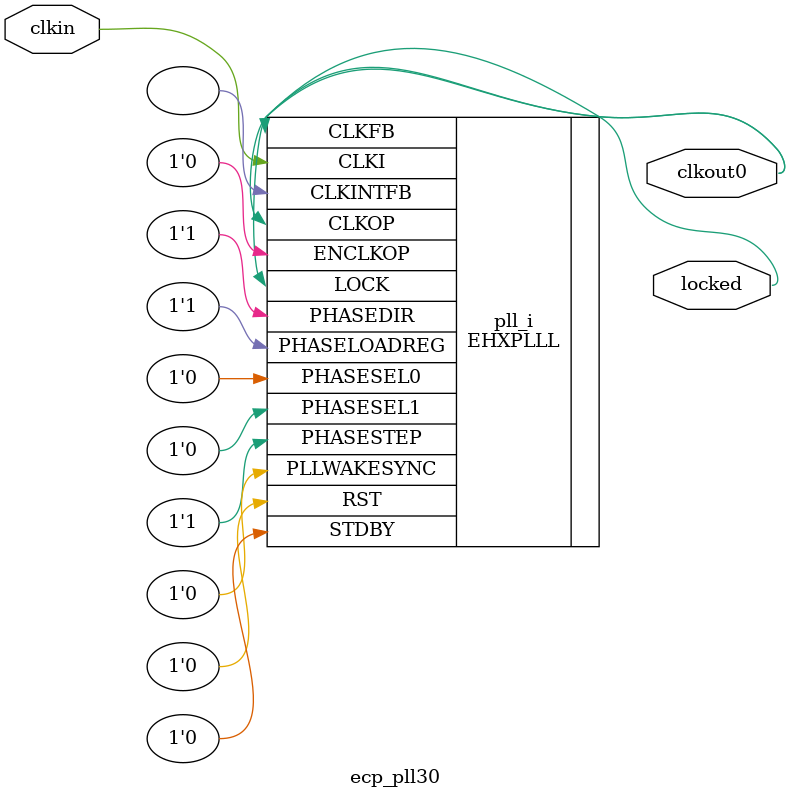
<source format=v>
module ecp_pll30
(
    input clkin, // 25 MHz, 0 deg
    output clkout0, // 30 MHz, 0 deg
    output locked
);
(* FREQUENCY_PIN_CLKI="25" *)
(* FREQUENCY_PIN_CLKOP="30" *)
(* ICP_CURRENT="12" *) (* LPF_RESISTOR="8" *) (* MFG_ENABLE_FILTEROPAMP="1" *) (* MFG_GMCREF_SEL="2" *)
EHXPLLL #(
        .PLLRST_ENA("DISABLED"),
        .INTFB_WAKE("DISABLED"),
        .STDBY_ENABLE("DISABLED"),
        .DPHASE_SOURCE("DISABLED"),
        .OUTDIVIDER_MUXA("DIVA"),
        .OUTDIVIDER_MUXB("DIVB"),
        .OUTDIVIDER_MUXC("DIVC"),
        .OUTDIVIDER_MUXD("DIVD"),
        .CLKI_DIV(5),
        .CLKOP_ENABLE("ENABLED"),
        .CLKOP_DIV(20),
        .CLKOP_CPHASE(9),
        .CLKOP_FPHASE(0),
        .FEEDBK_PATH("CLKOP"),
        .CLKFB_DIV(6)
    ) pll_i (
        .RST(1'b0),
        .STDBY(1'b0),
        .CLKI(clkin),
        .CLKOP(clkout0),
        .CLKFB(clkout0),
        .CLKINTFB(),
        .PHASESEL0(1'b0),
        .PHASESEL1(1'b0),
        .PHASEDIR(1'b1),
        .PHASESTEP(1'b1),
        .PHASELOADREG(1'b1),
        .PLLWAKESYNC(1'b0),
        .ENCLKOP(1'b0),
        .LOCK(locked)
	);
endmodule

</source>
